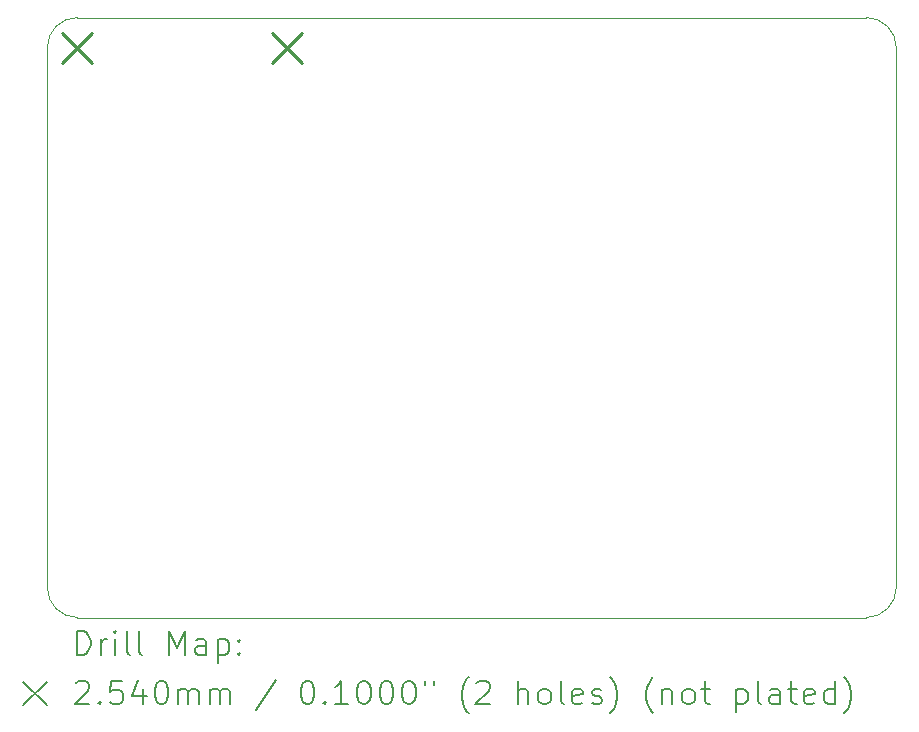
<source format=gbr>
%TF.GenerationSoftware,KiCad,Pcbnew,(6.0.7)*%
%TF.CreationDate,2023-02-19T14:25:55-04:00*%
%TF.ProjectId,Twitch Switch Base,54776974-6368-4205-9377-697463682042,rev?*%
%TF.SameCoordinates,Original*%
%TF.FileFunction,Drillmap*%
%TF.FilePolarity,Positive*%
%FSLAX45Y45*%
G04 Gerber Fmt 4.5, Leading zero omitted, Abs format (unit mm)*
G04 Created by KiCad (PCBNEW (6.0.7)) date 2023-02-19 14:25:55*
%MOMM*%
%LPD*%
G01*
G04 APERTURE LIST*
%ADD10C,0.100000*%
%ADD11C,0.200000*%
%ADD12C,0.254000*%
G04 APERTURE END LIST*
D10*
X18745200Y-7874000D02*
G75*
G03*
X18491200Y-7620000I-254000J0D01*
G01*
X11811000Y-7620000D02*
X18491200Y-7620000D01*
X11811000Y-12700000D02*
X18491200Y-12700000D01*
X11557000Y-12446000D02*
G75*
G03*
X11811000Y-12700000I254000J0D01*
G01*
X11811000Y-7620000D02*
G75*
G03*
X11557000Y-7874000I0J-254000D01*
G01*
X18491200Y-12700000D02*
G75*
G03*
X18745200Y-12446000I0J254000D01*
G01*
X18745200Y-7874000D02*
X18745200Y-12446000D01*
X11557000Y-12446000D02*
X11557000Y-7874000D01*
D11*
D12*
X11684000Y-7747000D02*
X11938000Y-8001000D01*
X11938000Y-7747000D02*
X11684000Y-8001000D01*
X13462000Y-7747000D02*
X13716000Y-8001000D01*
X13716000Y-7747000D02*
X13462000Y-8001000D01*
D11*
X11809619Y-13015476D02*
X11809619Y-12815476D01*
X11857238Y-12815476D01*
X11885809Y-12825000D01*
X11904857Y-12844048D01*
X11914381Y-12863095D01*
X11923905Y-12901190D01*
X11923905Y-12929762D01*
X11914381Y-12967857D01*
X11904857Y-12986905D01*
X11885809Y-13005952D01*
X11857238Y-13015476D01*
X11809619Y-13015476D01*
X12009619Y-13015476D02*
X12009619Y-12882143D01*
X12009619Y-12920238D02*
X12019143Y-12901190D01*
X12028667Y-12891667D01*
X12047714Y-12882143D01*
X12066762Y-12882143D01*
X12133428Y-13015476D02*
X12133428Y-12882143D01*
X12133428Y-12815476D02*
X12123905Y-12825000D01*
X12133428Y-12834524D01*
X12142952Y-12825000D01*
X12133428Y-12815476D01*
X12133428Y-12834524D01*
X12257238Y-13015476D02*
X12238190Y-13005952D01*
X12228667Y-12986905D01*
X12228667Y-12815476D01*
X12362000Y-13015476D02*
X12342952Y-13005952D01*
X12333428Y-12986905D01*
X12333428Y-12815476D01*
X12590571Y-13015476D02*
X12590571Y-12815476D01*
X12657238Y-12958333D01*
X12723905Y-12815476D01*
X12723905Y-13015476D01*
X12904857Y-13015476D02*
X12904857Y-12910714D01*
X12895333Y-12891667D01*
X12876286Y-12882143D01*
X12838190Y-12882143D01*
X12819143Y-12891667D01*
X12904857Y-13005952D02*
X12885809Y-13015476D01*
X12838190Y-13015476D01*
X12819143Y-13005952D01*
X12809619Y-12986905D01*
X12809619Y-12967857D01*
X12819143Y-12948809D01*
X12838190Y-12939286D01*
X12885809Y-12939286D01*
X12904857Y-12929762D01*
X13000095Y-12882143D02*
X13000095Y-13082143D01*
X13000095Y-12891667D02*
X13019143Y-12882143D01*
X13057238Y-12882143D01*
X13076286Y-12891667D01*
X13085809Y-12901190D01*
X13095333Y-12920238D01*
X13095333Y-12977381D01*
X13085809Y-12996428D01*
X13076286Y-13005952D01*
X13057238Y-13015476D01*
X13019143Y-13015476D01*
X13000095Y-13005952D01*
X13181048Y-12996428D02*
X13190571Y-13005952D01*
X13181048Y-13015476D01*
X13171524Y-13005952D01*
X13181048Y-12996428D01*
X13181048Y-13015476D01*
X13181048Y-12891667D02*
X13190571Y-12901190D01*
X13181048Y-12910714D01*
X13171524Y-12901190D01*
X13181048Y-12891667D01*
X13181048Y-12910714D01*
X11352000Y-13245000D02*
X11552000Y-13445000D01*
X11552000Y-13245000D02*
X11352000Y-13445000D01*
X11800095Y-13254524D02*
X11809619Y-13245000D01*
X11828667Y-13235476D01*
X11876286Y-13235476D01*
X11895333Y-13245000D01*
X11904857Y-13254524D01*
X11914381Y-13273571D01*
X11914381Y-13292619D01*
X11904857Y-13321190D01*
X11790571Y-13435476D01*
X11914381Y-13435476D01*
X12000095Y-13416428D02*
X12009619Y-13425952D01*
X12000095Y-13435476D01*
X11990571Y-13425952D01*
X12000095Y-13416428D01*
X12000095Y-13435476D01*
X12190571Y-13235476D02*
X12095333Y-13235476D01*
X12085809Y-13330714D01*
X12095333Y-13321190D01*
X12114381Y-13311667D01*
X12162000Y-13311667D01*
X12181048Y-13321190D01*
X12190571Y-13330714D01*
X12200095Y-13349762D01*
X12200095Y-13397381D01*
X12190571Y-13416428D01*
X12181048Y-13425952D01*
X12162000Y-13435476D01*
X12114381Y-13435476D01*
X12095333Y-13425952D01*
X12085809Y-13416428D01*
X12371524Y-13302143D02*
X12371524Y-13435476D01*
X12323905Y-13225952D02*
X12276286Y-13368809D01*
X12400095Y-13368809D01*
X12514381Y-13235476D02*
X12533428Y-13235476D01*
X12552476Y-13245000D01*
X12562000Y-13254524D01*
X12571524Y-13273571D01*
X12581048Y-13311667D01*
X12581048Y-13359286D01*
X12571524Y-13397381D01*
X12562000Y-13416428D01*
X12552476Y-13425952D01*
X12533428Y-13435476D01*
X12514381Y-13435476D01*
X12495333Y-13425952D01*
X12485809Y-13416428D01*
X12476286Y-13397381D01*
X12466762Y-13359286D01*
X12466762Y-13311667D01*
X12476286Y-13273571D01*
X12485809Y-13254524D01*
X12495333Y-13245000D01*
X12514381Y-13235476D01*
X12666762Y-13435476D02*
X12666762Y-13302143D01*
X12666762Y-13321190D02*
X12676286Y-13311667D01*
X12695333Y-13302143D01*
X12723905Y-13302143D01*
X12742952Y-13311667D01*
X12752476Y-13330714D01*
X12752476Y-13435476D01*
X12752476Y-13330714D02*
X12762000Y-13311667D01*
X12781048Y-13302143D01*
X12809619Y-13302143D01*
X12828667Y-13311667D01*
X12838190Y-13330714D01*
X12838190Y-13435476D01*
X12933428Y-13435476D02*
X12933428Y-13302143D01*
X12933428Y-13321190D02*
X12942952Y-13311667D01*
X12962000Y-13302143D01*
X12990571Y-13302143D01*
X13009619Y-13311667D01*
X13019143Y-13330714D01*
X13019143Y-13435476D01*
X13019143Y-13330714D02*
X13028667Y-13311667D01*
X13047714Y-13302143D01*
X13076286Y-13302143D01*
X13095333Y-13311667D01*
X13104857Y-13330714D01*
X13104857Y-13435476D01*
X13495333Y-13225952D02*
X13323905Y-13483095D01*
X13752476Y-13235476D02*
X13771524Y-13235476D01*
X13790571Y-13245000D01*
X13800095Y-13254524D01*
X13809619Y-13273571D01*
X13819143Y-13311667D01*
X13819143Y-13359286D01*
X13809619Y-13397381D01*
X13800095Y-13416428D01*
X13790571Y-13425952D01*
X13771524Y-13435476D01*
X13752476Y-13435476D01*
X13733428Y-13425952D01*
X13723905Y-13416428D01*
X13714381Y-13397381D01*
X13704857Y-13359286D01*
X13704857Y-13311667D01*
X13714381Y-13273571D01*
X13723905Y-13254524D01*
X13733428Y-13245000D01*
X13752476Y-13235476D01*
X13904857Y-13416428D02*
X13914381Y-13425952D01*
X13904857Y-13435476D01*
X13895333Y-13425952D01*
X13904857Y-13416428D01*
X13904857Y-13435476D01*
X14104857Y-13435476D02*
X13990571Y-13435476D01*
X14047714Y-13435476D02*
X14047714Y-13235476D01*
X14028667Y-13264048D01*
X14009619Y-13283095D01*
X13990571Y-13292619D01*
X14228667Y-13235476D02*
X14247714Y-13235476D01*
X14266762Y-13245000D01*
X14276286Y-13254524D01*
X14285809Y-13273571D01*
X14295333Y-13311667D01*
X14295333Y-13359286D01*
X14285809Y-13397381D01*
X14276286Y-13416428D01*
X14266762Y-13425952D01*
X14247714Y-13435476D01*
X14228667Y-13435476D01*
X14209619Y-13425952D01*
X14200095Y-13416428D01*
X14190571Y-13397381D01*
X14181048Y-13359286D01*
X14181048Y-13311667D01*
X14190571Y-13273571D01*
X14200095Y-13254524D01*
X14209619Y-13245000D01*
X14228667Y-13235476D01*
X14419143Y-13235476D02*
X14438190Y-13235476D01*
X14457238Y-13245000D01*
X14466762Y-13254524D01*
X14476286Y-13273571D01*
X14485809Y-13311667D01*
X14485809Y-13359286D01*
X14476286Y-13397381D01*
X14466762Y-13416428D01*
X14457238Y-13425952D01*
X14438190Y-13435476D01*
X14419143Y-13435476D01*
X14400095Y-13425952D01*
X14390571Y-13416428D01*
X14381048Y-13397381D01*
X14371524Y-13359286D01*
X14371524Y-13311667D01*
X14381048Y-13273571D01*
X14390571Y-13254524D01*
X14400095Y-13245000D01*
X14419143Y-13235476D01*
X14609619Y-13235476D02*
X14628667Y-13235476D01*
X14647714Y-13245000D01*
X14657238Y-13254524D01*
X14666762Y-13273571D01*
X14676286Y-13311667D01*
X14676286Y-13359286D01*
X14666762Y-13397381D01*
X14657238Y-13416428D01*
X14647714Y-13425952D01*
X14628667Y-13435476D01*
X14609619Y-13435476D01*
X14590571Y-13425952D01*
X14581048Y-13416428D01*
X14571524Y-13397381D01*
X14562000Y-13359286D01*
X14562000Y-13311667D01*
X14571524Y-13273571D01*
X14581048Y-13254524D01*
X14590571Y-13245000D01*
X14609619Y-13235476D01*
X14752476Y-13235476D02*
X14752476Y-13273571D01*
X14828667Y-13235476D02*
X14828667Y-13273571D01*
X15123905Y-13511667D02*
X15114381Y-13502143D01*
X15095333Y-13473571D01*
X15085809Y-13454524D01*
X15076286Y-13425952D01*
X15066762Y-13378333D01*
X15066762Y-13340238D01*
X15076286Y-13292619D01*
X15085809Y-13264048D01*
X15095333Y-13245000D01*
X15114381Y-13216428D01*
X15123905Y-13206905D01*
X15190571Y-13254524D02*
X15200095Y-13245000D01*
X15219143Y-13235476D01*
X15266762Y-13235476D01*
X15285809Y-13245000D01*
X15295333Y-13254524D01*
X15304857Y-13273571D01*
X15304857Y-13292619D01*
X15295333Y-13321190D01*
X15181048Y-13435476D01*
X15304857Y-13435476D01*
X15542952Y-13435476D02*
X15542952Y-13235476D01*
X15628667Y-13435476D02*
X15628667Y-13330714D01*
X15619143Y-13311667D01*
X15600095Y-13302143D01*
X15571524Y-13302143D01*
X15552476Y-13311667D01*
X15542952Y-13321190D01*
X15752476Y-13435476D02*
X15733428Y-13425952D01*
X15723905Y-13416428D01*
X15714381Y-13397381D01*
X15714381Y-13340238D01*
X15723905Y-13321190D01*
X15733428Y-13311667D01*
X15752476Y-13302143D01*
X15781048Y-13302143D01*
X15800095Y-13311667D01*
X15809619Y-13321190D01*
X15819143Y-13340238D01*
X15819143Y-13397381D01*
X15809619Y-13416428D01*
X15800095Y-13425952D01*
X15781048Y-13435476D01*
X15752476Y-13435476D01*
X15933428Y-13435476D02*
X15914381Y-13425952D01*
X15904857Y-13406905D01*
X15904857Y-13235476D01*
X16085809Y-13425952D02*
X16066762Y-13435476D01*
X16028667Y-13435476D01*
X16009619Y-13425952D01*
X16000095Y-13406905D01*
X16000095Y-13330714D01*
X16009619Y-13311667D01*
X16028667Y-13302143D01*
X16066762Y-13302143D01*
X16085809Y-13311667D01*
X16095333Y-13330714D01*
X16095333Y-13349762D01*
X16000095Y-13368809D01*
X16171524Y-13425952D02*
X16190571Y-13435476D01*
X16228667Y-13435476D01*
X16247714Y-13425952D01*
X16257238Y-13406905D01*
X16257238Y-13397381D01*
X16247714Y-13378333D01*
X16228667Y-13368809D01*
X16200095Y-13368809D01*
X16181048Y-13359286D01*
X16171524Y-13340238D01*
X16171524Y-13330714D01*
X16181048Y-13311667D01*
X16200095Y-13302143D01*
X16228667Y-13302143D01*
X16247714Y-13311667D01*
X16323905Y-13511667D02*
X16333428Y-13502143D01*
X16352476Y-13473571D01*
X16362000Y-13454524D01*
X16371524Y-13425952D01*
X16381048Y-13378333D01*
X16381048Y-13340238D01*
X16371524Y-13292619D01*
X16362000Y-13264048D01*
X16352476Y-13245000D01*
X16333428Y-13216428D01*
X16323905Y-13206905D01*
X16685809Y-13511667D02*
X16676286Y-13502143D01*
X16657238Y-13473571D01*
X16647714Y-13454524D01*
X16638190Y-13425952D01*
X16628667Y-13378333D01*
X16628667Y-13340238D01*
X16638190Y-13292619D01*
X16647714Y-13264048D01*
X16657238Y-13245000D01*
X16676286Y-13216428D01*
X16685809Y-13206905D01*
X16762000Y-13302143D02*
X16762000Y-13435476D01*
X16762000Y-13321190D02*
X16771524Y-13311667D01*
X16790571Y-13302143D01*
X16819143Y-13302143D01*
X16838190Y-13311667D01*
X16847714Y-13330714D01*
X16847714Y-13435476D01*
X16971524Y-13435476D02*
X16952476Y-13425952D01*
X16942952Y-13416428D01*
X16933429Y-13397381D01*
X16933429Y-13340238D01*
X16942952Y-13321190D01*
X16952476Y-13311667D01*
X16971524Y-13302143D01*
X17000095Y-13302143D01*
X17019143Y-13311667D01*
X17028667Y-13321190D01*
X17038190Y-13340238D01*
X17038190Y-13397381D01*
X17028667Y-13416428D01*
X17019143Y-13425952D01*
X17000095Y-13435476D01*
X16971524Y-13435476D01*
X17095333Y-13302143D02*
X17171524Y-13302143D01*
X17123905Y-13235476D02*
X17123905Y-13406905D01*
X17133429Y-13425952D01*
X17152476Y-13435476D01*
X17171524Y-13435476D01*
X17390571Y-13302143D02*
X17390571Y-13502143D01*
X17390571Y-13311667D02*
X17409619Y-13302143D01*
X17447714Y-13302143D01*
X17466762Y-13311667D01*
X17476286Y-13321190D01*
X17485810Y-13340238D01*
X17485810Y-13397381D01*
X17476286Y-13416428D01*
X17466762Y-13425952D01*
X17447714Y-13435476D01*
X17409619Y-13435476D01*
X17390571Y-13425952D01*
X17600095Y-13435476D02*
X17581048Y-13425952D01*
X17571524Y-13406905D01*
X17571524Y-13235476D01*
X17762000Y-13435476D02*
X17762000Y-13330714D01*
X17752476Y-13311667D01*
X17733429Y-13302143D01*
X17695333Y-13302143D01*
X17676286Y-13311667D01*
X17762000Y-13425952D02*
X17742952Y-13435476D01*
X17695333Y-13435476D01*
X17676286Y-13425952D01*
X17666762Y-13406905D01*
X17666762Y-13387857D01*
X17676286Y-13368809D01*
X17695333Y-13359286D01*
X17742952Y-13359286D01*
X17762000Y-13349762D01*
X17828667Y-13302143D02*
X17904857Y-13302143D01*
X17857238Y-13235476D02*
X17857238Y-13406905D01*
X17866762Y-13425952D01*
X17885810Y-13435476D01*
X17904857Y-13435476D01*
X18047714Y-13425952D02*
X18028667Y-13435476D01*
X17990571Y-13435476D01*
X17971524Y-13425952D01*
X17962000Y-13406905D01*
X17962000Y-13330714D01*
X17971524Y-13311667D01*
X17990571Y-13302143D01*
X18028667Y-13302143D01*
X18047714Y-13311667D01*
X18057238Y-13330714D01*
X18057238Y-13349762D01*
X17962000Y-13368809D01*
X18228667Y-13435476D02*
X18228667Y-13235476D01*
X18228667Y-13425952D02*
X18209619Y-13435476D01*
X18171524Y-13435476D01*
X18152476Y-13425952D01*
X18142952Y-13416428D01*
X18133429Y-13397381D01*
X18133429Y-13340238D01*
X18142952Y-13321190D01*
X18152476Y-13311667D01*
X18171524Y-13302143D01*
X18209619Y-13302143D01*
X18228667Y-13311667D01*
X18304857Y-13511667D02*
X18314381Y-13502143D01*
X18333429Y-13473571D01*
X18342952Y-13454524D01*
X18352476Y-13425952D01*
X18362000Y-13378333D01*
X18362000Y-13340238D01*
X18352476Y-13292619D01*
X18342952Y-13264048D01*
X18333429Y-13245000D01*
X18314381Y-13216428D01*
X18304857Y-13206905D01*
M02*

</source>
